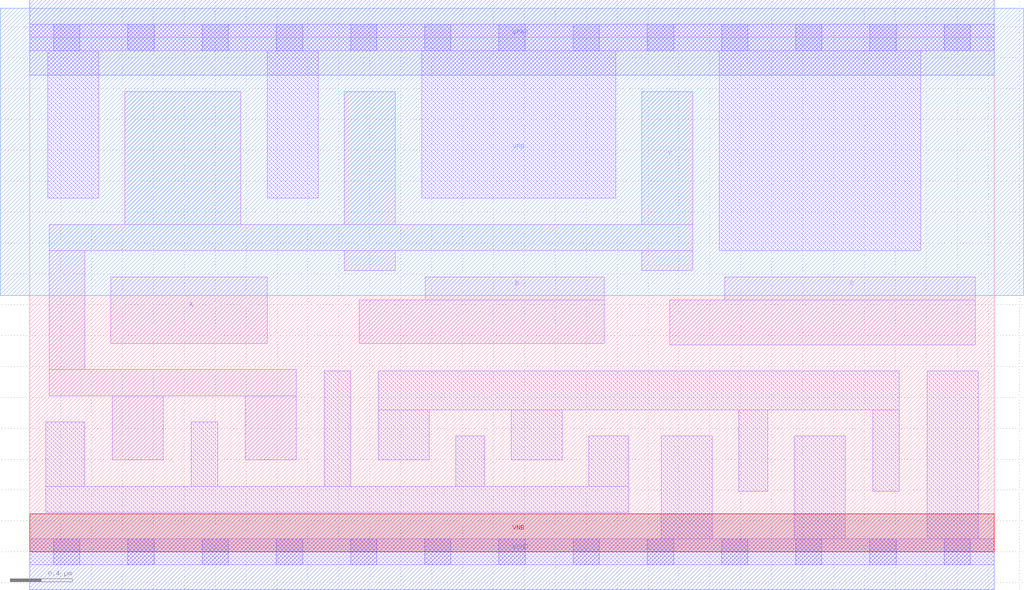
<source format=lef>
# Copyright 2020 The SkyWater PDK Authors
#
# Licensed under the Apache License, Version 2.0 (the "License");
# you may not use this file except in compliance with the License.
# You may obtain a copy of the License at
#
#     https://www.apache.org/licenses/LICENSE-2.0
#
# Unless required by applicable law or agreed to in writing, software
# distributed under the License is distributed on an "AS IS" BASIS,
# WITHOUT WARRANTIES OR CONDITIONS OF ANY KIND, either express or implied.
# See the License for the specific language governing permissions and
# limitations under the License.
#
# SPDX-License-Identifier: Apache-2.0

VERSION 5.7 ;
  NOWIREEXTENSIONATPIN ON ;
  DIVIDERCHAR "/" ;
  BUSBITCHARS "[]" ;
MACRO sky130_fd_sc_hs__nand3_4
  CLASS CORE ;
  FOREIGN sky130_fd_sc_hs__nand3_4 ;
  ORIGIN  0.000000  0.000000 ;
  SIZE  6.240000 BY  3.330000 ;
  SYMMETRY X Y ;
  SITE unit ;
  PIN A
    ANTENNAGATEAREA  0.780000 ;
    DIRECTION INPUT ;
    USE SIGNAL ;
    PORT
      LAYER li1 ;
        RECT 0.525000 1.350000 1.535000 1.780000 ;
    END
  END A
  PIN B
    ANTENNAGATEAREA  0.780000 ;
    DIRECTION INPUT ;
    USE SIGNAL ;
    PORT
      LAYER li1 ;
        RECT 2.130000 1.350000 3.715000 1.630000 ;
        RECT 2.560000 1.630000 3.715000 1.780000 ;
    END
  END B
  PIN C
    ANTENNAGATEAREA  0.780000 ;
    DIRECTION INPUT ;
    USE SIGNAL ;
    PORT
      LAYER li1 ;
        RECT 4.140000 1.340000 6.115000 1.630000 ;
        RECT 4.495000 1.630000 6.115000 1.780000 ;
    END
  END C
  PIN Y
    ANTENNADIFFAREA  2.004800 ;
    DIRECTION OUTPUT ;
    USE SIGNAL ;
    PORT
      LAYER li1 ;
        RECT 0.125000 1.010000 1.725000 1.180000 ;
        RECT 0.125000 1.180000 0.355000 1.950000 ;
        RECT 0.125000 1.950000 4.290000 2.120000 ;
        RECT 0.535000 0.595000 0.865000 1.010000 ;
        RECT 0.615000 2.120000 1.365000 2.980000 ;
        RECT 1.395000 0.595000 1.725000 1.010000 ;
        RECT 2.035000 1.820000 2.365000 1.950000 ;
        RECT 2.035000 2.120000 2.365000 2.980000 ;
        RECT 3.960000 1.820000 4.290000 1.950000 ;
        RECT 3.960000 2.120000 4.290000 2.980000 ;
    END
  END Y
  PIN VGND
    DIRECTION INOUT ;
    USE GROUND ;
    PORT
      LAYER met1 ;
        RECT 0.000000 -0.245000 6.240000 0.245000 ;
    END
  END VGND
  PIN VNB
    DIRECTION INOUT ;
    USE GROUND ;
    PORT
      LAYER pwell ;
        RECT 0.000000 0.000000 6.240000 0.245000 ;
    END
  END VNB
  PIN VPB
    DIRECTION INOUT ;
    USE POWER ;
    PORT
      LAYER nwell ;
        RECT -0.190000 1.660000 6.430000 3.520000 ;
    END
  END VPB
  PIN VPWR
    DIRECTION INOUT ;
    USE POWER ;
    PORT
      LAYER met1 ;
        RECT 0.000000 3.085000 6.240000 3.575000 ;
    END
  END VPWR
  OBS
    LAYER li1 ;
      RECT 0.000000 -0.085000 6.240000 0.085000 ;
      RECT 0.000000  3.245000 6.240000 3.415000 ;
      RECT 0.105000  0.255000 3.875000 0.425000 ;
      RECT 0.105000  0.425000 0.355000 0.840000 ;
      RECT 0.115000  2.290000 0.445000 3.245000 ;
      RECT 1.045000  0.425000 1.215000 0.840000 ;
      RECT 1.535000  2.290000 1.865000 3.245000 ;
      RECT 1.905000  0.425000 2.075000 1.170000 ;
      RECT 2.255000  0.595000 2.585000 0.920000 ;
      RECT 2.255000  0.920000 5.625000 1.170000 ;
      RECT 2.535000  2.290000 3.790000 3.245000 ;
      RECT 2.755000  0.425000 2.945000 0.750000 ;
      RECT 3.115000  0.595000 3.445000 0.920000 ;
      RECT 3.615000  0.425000 3.875000 0.750000 ;
      RECT 4.085000  0.085000 4.415000 0.750000 ;
      RECT 4.460000  1.950000 5.765000 3.245000 ;
      RECT 4.585000  0.390000 4.775000 0.920000 ;
      RECT 4.945000  0.085000 5.275000 0.750000 ;
      RECT 5.455000  0.390000 5.625000 0.920000 ;
      RECT 5.805000  0.085000 6.135000 1.170000 ;
    LAYER mcon ;
      RECT 0.155000 -0.085000 0.325000 0.085000 ;
      RECT 0.155000  3.245000 0.325000 3.415000 ;
      RECT 0.635000 -0.085000 0.805000 0.085000 ;
      RECT 0.635000  3.245000 0.805000 3.415000 ;
      RECT 1.115000 -0.085000 1.285000 0.085000 ;
      RECT 1.115000  3.245000 1.285000 3.415000 ;
      RECT 1.595000 -0.085000 1.765000 0.085000 ;
      RECT 1.595000  3.245000 1.765000 3.415000 ;
      RECT 2.075000 -0.085000 2.245000 0.085000 ;
      RECT 2.075000  3.245000 2.245000 3.415000 ;
      RECT 2.555000 -0.085000 2.725000 0.085000 ;
      RECT 2.555000  3.245000 2.725000 3.415000 ;
      RECT 3.035000 -0.085000 3.205000 0.085000 ;
      RECT 3.035000  3.245000 3.205000 3.415000 ;
      RECT 3.515000 -0.085000 3.685000 0.085000 ;
      RECT 3.515000  3.245000 3.685000 3.415000 ;
      RECT 3.995000 -0.085000 4.165000 0.085000 ;
      RECT 3.995000  3.245000 4.165000 3.415000 ;
      RECT 4.475000 -0.085000 4.645000 0.085000 ;
      RECT 4.475000  3.245000 4.645000 3.415000 ;
      RECT 4.955000 -0.085000 5.125000 0.085000 ;
      RECT 4.955000  3.245000 5.125000 3.415000 ;
      RECT 5.435000 -0.085000 5.605000 0.085000 ;
      RECT 5.435000  3.245000 5.605000 3.415000 ;
      RECT 5.915000 -0.085000 6.085000 0.085000 ;
      RECT 5.915000  3.245000 6.085000 3.415000 ;
  END
END sky130_fd_sc_hs__nand3_4
END LIBRARY

</source>
